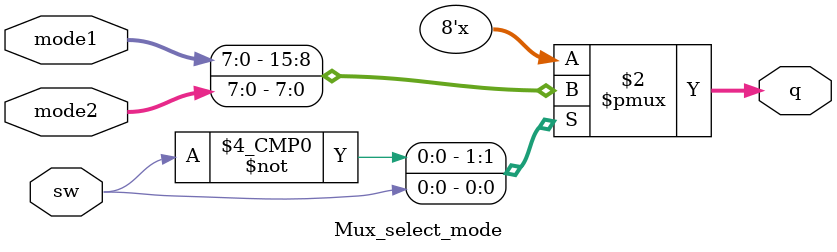
<source format=v>
module Mux_select_mode( 

	input wire [7:0] mode1, mode2,
	input wire sw,
	output reg [7:0] q

					);
// signal declaration
// clk_o ;

	always @(sw)
		case (sw)
			0: q = mode1;
			1: q = mode2;
		endcase
		
endmodule

</source>
